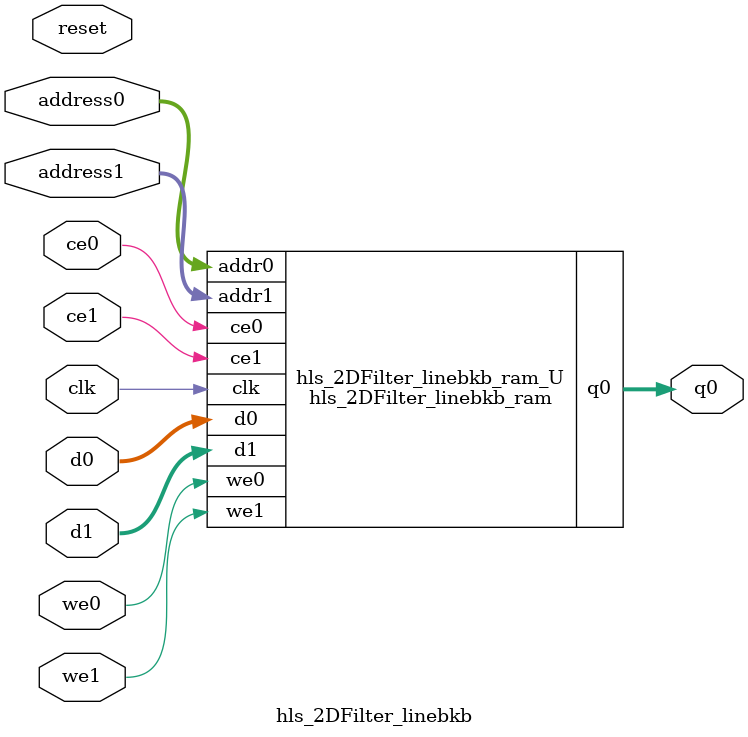
<source format=v>
`timescale 1 ns / 1 ps
module hls_2DFilter_linebkb_ram (addr0, ce0, d0, we0, q0, addr1, ce1, d1, we1,  clk);

parameter DWIDTH = 7;
parameter AWIDTH = 11;
parameter MEM_SIZE = 1284;

input[AWIDTH-1:0] addr0;
input ce0;
input[DWIDTH-1:0] d0;
input we0;
output reg[DWIDTH-1:0] q0;
input[AWIDTH-1:0] addr1;
input ce1;
input[DWIDTH-1:0] d1;
input we1;
input clk;

(* ram_style = "block" *)reg [DWIDTH-1:0] ram[0:MEM_SIZE-1];




always @(posedge clk)  
begin 
    if (ce0) 
    begin
        if (we0) 
        begin 
            ram[addr0] <= d0; 
        end 
        q0 <= ram[addr0];
    end
end


always @(posedge clk)  
begin 
    if (ce1) 
    begin
        if (we1) 
        begin 
            ram[addr1] <= d1; 
        end 
    end
end


endmodule

`timescale 1 ns / 1 ps
module hls_2DFilter_linebkb(
    reset,
    clk,
    address0,
    ce0,
    we0,
    d0,
    q0,
    address1,
    ce1,
    we1,
    d1);

parameter DataWidth = 32'd7;
parameter AddressRange = 32'd1284;
parameter AddressWidth = 32'd11;
input reset;
input clk;
input[AddressWidth - 1:0] address0;
input ce0;
input we0;
input[DataWidth - 1:0] d0;
output[DataWidth - 1:0] q0;
input[AddressWidth - 1:0] address1;
input ce1;
input we1;
input[DataWidth - 1:0] d1;



hls_2DFilter_linebkb_ram hls_2DFilter_linebkb_ram_U(
    .clk( clk ),
    .addr0( address0 ),
    .ce0( ce0 ),
    .we0( we0 ),
    .d0( d0 ),
    .q0( q0 ),
    .addr1( address1 ),
    .ce1( ce1 ),
    .we1( we1 ),
    .d1( d1 ));

endmodule


</source>
